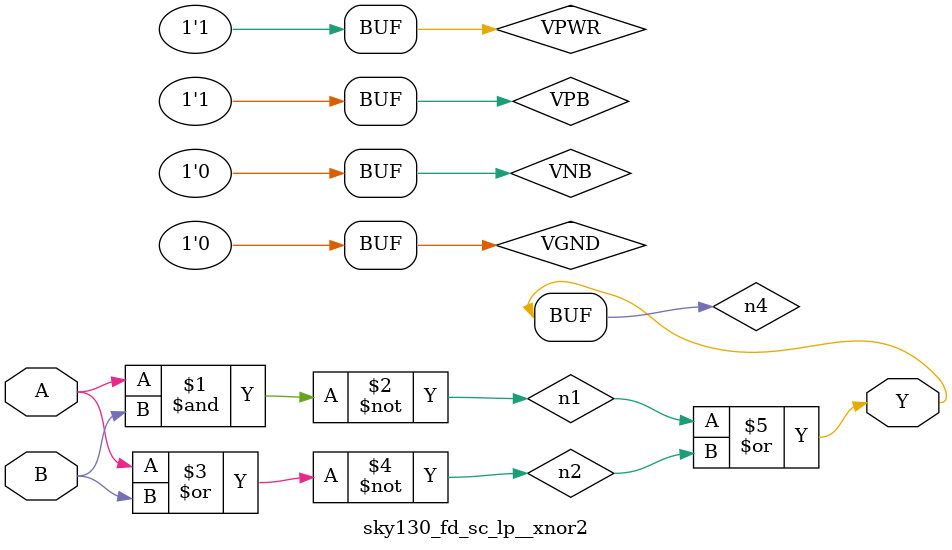
<source format=v>
module sky130_fd_sc_lp__xnor2 (
    input  A,
    input  B,
    output Y
);

    wire n1, n2, n3, n4;

    assign n1 = ~(A & B);
    assign n2 = ~(A | B);
    assign n3 = ~(n1 | n2);
    assign n4 = ~(n3);

    assign Y = n4;

    // Voltage supply signals
    supply1 VPWR;
    supply0 VGND;
    supply1 VPB ;
    supply0 VNB ;

endmodule
</source>
